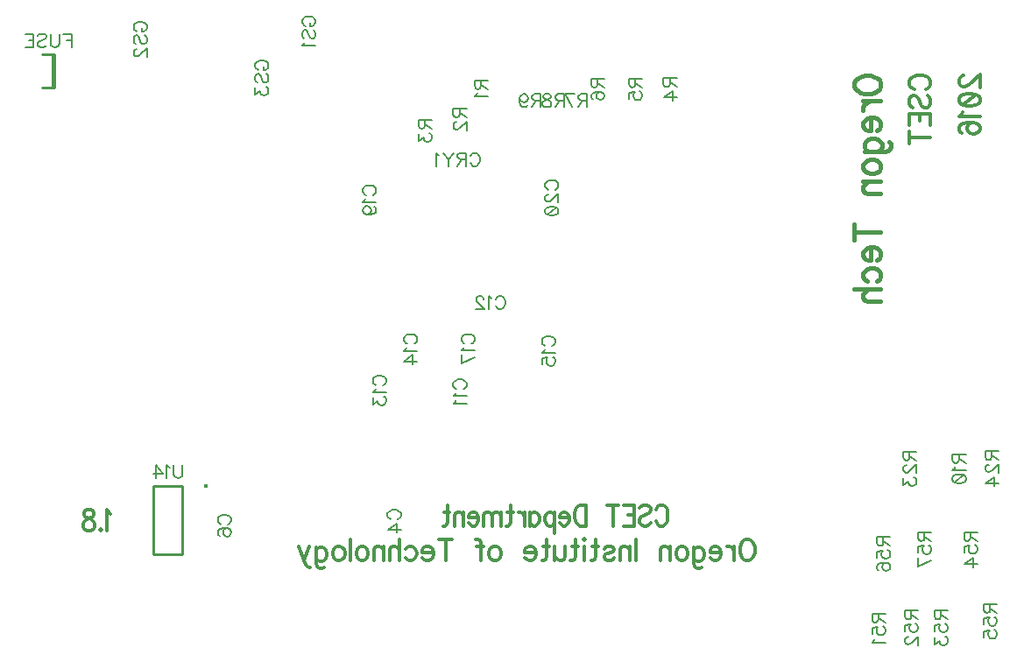
<source format=gbr>
G04 DipTrace 2.4.0.2*
%INBottomSilk.gbr*%
%MOIN*%
%ADD10C,0.0098*%
%ADD42C,0.0154*%
%ADD110C,0.0077*%
%ADD111C,0.0124*%
%FSLAX44Y44*%
G04*
G70*
G90*
G75*
G01*
%LNBotSilk*%
%LPD*%
X-46861Y15246D2*
D10*
Y16507D1*
X-46786Y15246D2*
Y16507D1*
Y15246D2*
X-47259Y15247D1*
X-46786Y16507D2*
X-47259D1*
D42*
X-41037Y68D3*
X-41929Y79D2*
D10*
Y-2520D1*
X-43031Y79D2*
Y-2520D1*
X-41929D2*
X-43031D1*
X-41929Y79D2*
X-43031D1*
X-33997Y-1195D2*
D110*
X-34045Y-1171D1*
X-34093Y-1123D1*
X-34117Y-1076D1*
Y-980D1*
X-34093Y-932D1*
X-34045Y-884D1*
X-33997Y-860D1*
X-33925Y-836D1*
X-33805D1*
X-33734Y-860D1*
X-33686Y-884D1*
X-33639Y-932D1*
X-33614Y-980D1*
Y-1076D1*
X-33639Y-1123D1*
X-33686Y-1171D1*
X-33734Y-1195D1*
X-33614Y-1589D2*
X-34116D1*
X-33782Y-1349D1*
Y-1708D1*
X-40455Y-1384D2*
X-40503Y-1360D1*
X-40551Y-1312D1*
X-40575Y-1264D1*
Y-1169D1*
X-40551Y-1121D1*
X-40503Y-1073D1*
X-40455Y-1049D1*
X-40384Y-1025D1*
X-40264D1*
X-40192Y-1049D1*
X-40144Y-1073D1*
X-40097Y-1121D1*
X-40072Y-1169D1*
Y-1264D1*
X-40097Y-1312D1*
X-40144Y-1360D1*
X-40192Y-1384D1*
X-40503Y-1825D2*
X-40550Y-1801D1*
X-40574Y-1729D1*
Y-1682D1*
X-40550Y-1610D1*
X-40479Y-1562D1*
X-40359Y-1538D1*
X-40240D1*
X-40144Y-1562D1*
X-40096Y-1610D1*
X-40072Y-1682D1*
Y-1706D1*
X-40096Y-1777D1*
X-40144Y-1825D1*
X-40216Y-1849D1*
X-40240D1*
X-40312Y-1825D1*
X-40359Y-1777D1*
X-40383Y-1706D1*
Y-1682D1*
X-40359Y-1610D1*
X-40312Y-1562D1*
X-40240Y-1538D1*
X-31497Y3760D2*
X-31545Y3784D1*
X-31593Y3832D1*
X-31617Y3880D1*
Y3975D1*
X-31593Y4023D1*
X-31545Y4071D1*
X-31497Y4095D1*
X-31425Y4119D1*
X-31305D1*
X-31234Y4095D1*
X-31186Y4071D1*
X-31139Y4023D1*
X-31114Y3975D1*
Y3880D1*
X-31139Y3832D1*
X-31186Y3784D1*
X-31234Y3760D1*
X-31520Y3606D2*
X-31545Y3558D1*
X-31616Y3486D1*
X-31114D1*
X-31520Y3332D2*
X-31545Y3284D1*
X-31616Y3212D1*
X-31114D1*
X-30007Y7185D2*
X-29983Y7232D1*
X-29935Y7280D1*
X-29888Y7304D1*
X-29792D1*
X-29744Y7280D1*
X-29697Y7232D1*
X-29672Y7185D1*
X-29648Y7113D1*
Y6993D1*
X-29672Y6922D1*
X-29697Y6874D1*
X-29744Y6826D1*
X-29792Y6802D1*
X-29888D1*
X-29935Y6826D1*
X-29983Y6874D1*
X-30007Y6922D1*
X-30162Y7208D2*
X-30210Y7232D1*
X-30281Y7304D1*
Y6802D1*
X-30460Y7184D2*
Y7208D1*
X-30484Y7256D1*
X-30508Y7280D1*
X-30556Y7304D1*
X-30651D1*
X-30699Y7280D1*
X-30723Y7256D1*
X-30747Y7208D1*
Y7160D1*
X-30723Y7112D1*
X-30675Y7041D1*
X-30436Y6802D1*
X-30771D1*
X-34560Y3912D2*
X-34607Y3936D1*
X-34655Y3984D1*
X-34679Y4032D1*
Y4127D1*
X-34655Y4175D1*
X-34607Y4223D1*
X-34560Y4247D1*
X-34488Y4271D1*
X-34368D1*
X-34297Y4247D1*
X-34249Y4223D1*
X-34201Y4175D1*
X-34177Y4127D1*
Y4032D1*
X-34201Y3984D1*
X-34249Y3936D1*
X-34297Y3912D1*
X-34583Y3758D2*
X-34607Y3710D1*
X-34679Y3638D1*
X-34177D1*
X-34679Y3435D2*
Y3173D1*
X-34487Y3316D1*
Y3244D1*
X-34464Y3197D1*
X-34440Y3173D1*
X-34368Y3148D1*
X-34320D1*
X-34249Y3173D1*
X-34200Y3220D1*
X-34177Y3292D1*
Y3364D1*
X-34200Y3435D1*
X-34225Y3459D1*
X-34272Y3483D1*
X-33372Y5486D2*
X-33420Y5510D1*
X-33468Y5558D1*
X-33492Y5606D1*
Y5701D1*
X-33468Y5750D1*
X-33420Y5797D1*
X-33372Y5821D1*
X-33300Y5845D1*
X-33180D1*
X-33109Y5821D1*
X-33061Y5797D1*
X-33013Y5750D1*
X-32989Y5701D1*
Y5606D1*
X-33013Y5558D1*
X-33061Y5510D1*
X-33109Y5486D1*
X-33395Y5332D2*
X-33420Y5284D1*
X-33491Y5212D1*
X-32989D1*
Y4818D2*
X-33491D1*
X-33157Y5058D1*
Y4699D1*
X-28122Y5412D2*
X-28170Y5436D1*
X-28218Y5484D1*
X-28242Y5532D1*
Y5627D1*
X-28218Y5675D1*
X-28170Y5723D1*
X-28122Y5747D1*
X-28050Y5771D1*
X-27930D1*
X-27859Y5747D1*
X-27811Y5723D1*
X-27764Y5675D1*
X-27739Y5627D1*
Y5532D1*
X-27764Y5484D1*
X-27811Y5436D1*
X-27859Y5412D1*
X-28145Y5258D2*
X-28170Y5210D1*
X-28241Y5138D1*
X-27739D1*
X-28241Y4697D2*
Y4935D1*
X-28026Y4959D1*
X-28050Y4935D1*
X-28074Y4863D1*
Y4792D1*
X-28050Y4720D1*
X-28002Y4672D1*
X-27930Y4648D1*
X-27883D1*
X-27811Y4672D1*
X-27763Y4720D1*
X-27739Y4792D1*
Y4863D1*
X-27763Y4935D1*
X-27787Y4959D1*
X-27835Y4983D1*
X-31185Y5493D2*
X-31232Y5517D1*
X-31280Y5565D1*
X-31304Y5612D1*
Y5708D1*
X-31280Y5756D1*
X-31232Y5803D1*
X-31185Y5828D1*
X-31113Y5852D1*
X-30993D1*
X-30922Y5828D1*
X-30874Y5803D1*
X-30826Y5756D1*
X-30802Y5708D1*
Y5612D1*
X-30826Y5565D1*
X-30874Y5517D1*
X-30922Y5493D1*
X-31208Y5338D2*
X-31232Y5290D1*
X-31304Y5219D1*
X-30802D1*
Y4968D2*
X-31304Y4729D1*
Y5064D1*
X-34938Y11151D2*
X-34986Y11175D1*
X-35034Y11223D1*
X-35058Y11271D1*
Y11366D1*
X-35034Y11414D1*
X-34986Y11462D1*
X-34938Y11486D1*
X-34866Y11510D1*
X-34746D1*
X-34675Y11486D1*
X-34627Y11462D1*
X-34580Y11414D1*
X-34555Y11366D1*
Y11271D1*
X-34580Y11223D1*
X-34627Y11175D1*
X-34675Y11151D1*
X-34961Y10997D2*
X-34986Y10949D1*
X-35057Y10877D1*
X-34555D1*
X-34890Y10411D2*
X-34818Y10436D1*
X-34770Y10483D1*
X-34746Y10555D1*
Y10579D1*
X-34770Y10651D1*
X-34818Y10698D1*
X-34890Y10723D1*
X-34914D1*
X-34986Y10698D1*
X-35033Y10651D1*
X-35057Y10579D1*
Y10555D1*
X-35033Y10483D1*
X-34986Y10436D1*
X-34890Y10411D1*
X-34770D1*
X-34651Y10436D1*
X-34579Y10483D1*
X-34555Y10555D1*
Y10603D1*
X-34579Y10675D1*
X-34627Y10698D1*
X-28000Y11352D2*
X-28048Y11375D1*
X-28096Y11423D1*
X-28119Y11471D1*
Y11567D1*
X-28096Y11615D1*
X-28048Y11662D1*
X-28000Y11686D1*
X-27928Y11710D1*
X-27808D1*
X-27737Y11686D1*
X-27689Y11662D1*
X-27641Y11615D1*
X-27617Y11567D1*
Y11471D1*
X-27641Y11423D1*
X-27689Y11375D1*
X-27737Y11352D1*
X-27999Y11173D2*
X-28023D1*
X-28071Y11149D1*
X-28095Y11125D1*
X-28119Y11077D1*
Y10982D1*
X-28095Y10934D1*
X-28071Y10910D1*
X-28023Y10886D1*
X-27976D1*
X-27928Y10910D1*
X-27856Y10958D1*
X-27617Y11197D1*
Y10862D1*
X-28119Y10564D2*
X-28095Y10636D1*
X-28023Y10684D1*
X-27904Y10708D1*
X-27832D1*
X-27713Y10684D1*
X-27641Y10636D1*
X-27617Y10564D1*
Y10517D1*
X-27641Y10445D1*
X-27713Y10397D1*
X-27832Y10373D1*
X-27904D1*
X-28023Y10397D1*
X-28095Y10445D1*
X-28119Y10517D1*
Y10564D1*
X-28023Y10397D2*
X-27713Y10684D1*
X-30970Y12633D2*
X-30946Y12680D1*
X-30898Y12728D1*
X-30851Y12752D1*
X-30755D1*
X-30707Y12728D1*
X-30659Y12680D1*
X-30635Y12633D1*
X-30611Y12561D1*
Y12441D1*
X-30635Y12370D1*
X-30659Y12322D1*
X-30707Y12274D1*
X-30755Y12250D1*
X-30851D1*
X-30898Y12274D1*
X-30946Y12322D1*
X-30970Y12370D1*
X-31124Y12513D2*
X-31339D1*
X-31411Y12537D1*
X-31436Y12561D1*
X-31459Y12608D1*
Y12657D1*
X-31436Y12704D1*
X-31411Y12728D1*
X-31339Y12752D1*
X-31124D1*
Y12250D1*
X-31292Y12513D2*
X-31459Y12250D1*
X-31614Y12752D2*
X-31805Y12513D1*
Y12250D1*
X-31996Y12752D2*
X-31805Y12513D1*
X-32151Y12656D2*
X-32199Y12680D1*
X-32271Y12752D1*
Y12250D1*
X-46456Y17278D2*
X-46145D1*
Y16776D1*
Y17039D2*
X-46336D1*
X-46611Y17278D2*
Y16919D1*
X-46634Y16848D1*
X-46683Y16800D1*
X-46754Y16776D1*
X-46802D1*
X-46874Y16800D1*
X-46922Y16848D1*
X-46946Y16919D1*
Y17278D1*
X-47435Y17206D2*
X-47387Y17254D1*
X-47316Y17278D1*
X-47220D1*
X-47148Y17254D1*
X-47100Y17206D1*
Y17159D1*
X-47124Y17111D1*
X-47148Y17087D1*
X-47196Y17063D1*
X-47339Y17015D1*
X-47387Y16991D1*
X-47411Y16967D1*
X-47435Y16919D1*
Y16848D1*
X-47387Y16800D1*
X-47316Y16776D1*
X-47220D1*
X-47148Y16800D1*
X-47100Y16848D1*
X-47900Y17278D2*
X-47589D1*
Y16776D1*
X-47900D1*
X-47589Y17039D2*
X-47781D1*
X-37247Y17584D2*
X-37294Y17608D1*
X-37342Y17656D1*
X-37366Y17704D1*
Y17799D1*
X-37342Y17847D1*
X-37294Y17895D1*
X-37247Y17919D1*
X-37175Y17943D1*
X-37055D1*
X-36984Y17919D1*
X-36936Y17895D1*
X-36888Y17847D1*
X-36864Y17799D1*
Y17704D1*
X-36888Y17656D1*
X-36936Y17608D1*
X-36984Y17584D1*
X-37055D1*
Y17704D1*
X-37294Y17095D2*
X-37342Y17143D1*
X-37366Y17214D1*
Y17310D1*
X-37342Y17382D1*
X-37294Y17430D1*
X-37247D1*
X-37199Y17406D1*
X-37175Y17382D1*
X-37151Y17334D1*
X-37103Y17191D1*
X-37079Y17143D1*
X-37055Y17119D1*
X-37007Y17095D1*
X-36936D1*
X-36888Y17143D1*
X-36864Y17214D1*
Y17310D1*
X-36888Y17382D1*
X-36936Y17430D1*
X-37270Y16941D2*
X-37294Y16893D1*
X-37366Y16821D1*
X-36864D1*
X-43664Y17377D2*
X-43712Y17401D1*
X-43760Y17449D1*
X-43783Y17496D1*
Y17592D1*
X-43760Y17640D1*
X-43712Y17688D1*
X-43664Y17712D1*
X-43592Y17736D1*
X-43472D1*
X-43401Y17712D1*
X-43353Y17688D1*
X-43305Y17640D1*
X-43281Y17592D1*
Y17496D1*
X-43305Y17449D1*
X-43353Y17401D1*
X-43401Y17377D1*
X-43472D1*
Y17496D1*
X-43712Y16888D2*
X-43760Y16935D1*
X-43783Y17007D1*
Y17103D1*
X-43760Y17174D1*
X-43712Y17223D1*
X-43664D1*
X-43616Y17198D1*
X-43592Y17174D1*
X-43568Y17127D1*
X-43520Y16983D1*
X-43497Y16935D1*
X-43472Y16911D1*
X-43425Y16888D1*
X-43353D1*
X-43305Y16935D1*
X-43281Y17007D1*
Y17103D1*
X-43305Y17174D1*
X-43353Y17223D1*
X-43663Y16709D2*
X-43687D1*
X-43735Y16685D1*
X-43759Y16661D1*
X-43783Y16613D1*
Y16518D1*
X-43759Y16470D1*
X-43735Y16446D1*
X-43687Y16422D1*
X-43640D1*
X-43592Y16446D1*
X-43520Y16494D1*
X-43281Y16733D1*
Y16398D1*
X-39033Y15913D2*
X-39081Y15937D1*
X-39129Y15985D1*
X-39153Y16032D1*
Y16128D1*
X-39129Y16176D1*
X-39081Y16223D1*
X-39033Y16248D1*
X-38961Y16272D1*
X-38841D1*
X-38770Y16248D1*
X-38722Y16223D1*
X-38674Y16176D1*
X-38650Y16128D1*
Y16032D1*
X-38674Y15985D1*
X-38722Y15937D1*
X-38770Y15913D1*
X-38841D1*
Y16032D1*
X-39081Y15424D2*
X-39129Y15471D1*
X-39153Y15543D1*
Y15639D1*
X-39129Y15710D1*
X-39081Y15758D1*
X-39033D1*
X-38985Y15734D1*
X-38961Y15710D1*
X-38938Y15663D1*
X-38889Y15519D1*
X-38866Y15471D1*
X-38841Y15447D1*
X-38794Y15424D1*
X-38722D1*
X-38674Y15471D1*
X-38650Y15543D1*
Y15639D1*
X-38674Y15710D1*
X-38722Y15758D1*
X-39152Y15221D2*
Y14959D1*
X-38961Y15102D1*
Y15030D1*
X-38937Y14982D1*
X-38913Y14959D1*
X-38841Y14934D1*
X-38794D1*
X-38722Y14959D1*
X-38674Y15006D1*
X-38650Y15078D1*
Y15150D1*
X-38674Y15221D1*
X-38698Y15245D1*
X-38746Y15269D1*
X-30565Y15514D2*
Y15299D1*
X-30589Y15227D1*
X-30613Y15203D1*
X-30660Y15179D1*
X-30708D1*
X-30756Y15203D1*
X-30780Y15227D1*
X-30804Y15299D1*
Y15514D1*
X-30302D1*
X-30565Y15347D2*
X-30302Y15179D1*
X-30708Y15025D2*
X-30732Y14977D1*
X-30804Y14905D1*
X-30302D1*
X-31377Y14434D2*
Y14219D1*
X-31402Y14147D1*
X-31425Y14123D1*
X-31473Y14099D1*
X-31521D1*
X-31569Y14123D1*
X-31593Y14147D1*
X-31617Y14219D1*
Y14434D1*
X-31114D1*
X-31377Y14267D2*
X-31114Y14099D1*
X-31497Y13921D2*
X-31520D1*
X-31569Y13897D1*
X-31592Y13873D1*
X-31616Y13825D1*
Y13729D1*
X-31592Y13682D1*
X-31569Y13658D1*
X-31520Y13634D1*
X-31473D1*
X-31425Y13658D1*
X-31354Y13706D1*
X-31114Y13945D1*
Y13610D1*
X-32693Y13998D2*
Y13783D1*
X-32717Y13711D1*
X-32741Y13687D1*
X-32789Y13663D1*
X-32837D1*
X-32884Y13687D1*
X-32909Y13711D1*
X-32932Y13783D1*
Y13998D1*
X-32430D1*
X-32693Y13831D2*
X-32430Y13663D1*
X-32932Y13461D2*
Y13198D1*
X-32741Y13341D1*
Y13270D1*
X-32717Y13222D1*
X-32693Y13198D1*
X-32621Y13174D1*
X-32574D1*
X-32502Y13198D1*
X-32454Y13246D1*
X-32430Y13318D1*
Y13389D1*
X-32454Y13461D1*
X-32478Y13485D1*
X-32526Y13509D1*
X-23377Y15589D2*
Y15374D1*
X-23402Y15303D1*
X-23425Y15278D1*
X-23473Y15254D1*
X-23521D1*
X-23569Y15278D1*
X-23593Y15303D1*
X-23617Y15374D1*
Y15589D1*
X-23114D1*
X-23377Y15422D2*
X-23114Y15254D1*
Y14861D2*
X-23616D1*
X-23282Y15100D1*
Y14741D1*
X-24690Y15577D2*
Y15362D1*
X-24714Y15291D1*
X-24738Y15266D1*
X-24785Y15243D1*
X-24833D1*
X-24881Y15266D1*
X-24905Y15291D1*
X-24929Y15362D1*
Y15577D1*
X-24427D1*
X-24690Y15410D2*
X-24427Y15243D1*
X-24929Y14801D2*
Y15040D1*
X-24714Y15064D1*
X-24737Y15040D1*
X-24762Y14968D1*
Y14897D1*
X-24737Y14825D1*
X-24690Y14777D1*
X-24618Y14753D1*
X-24570D1*
X-24499Y14777D1*
X-24450Y14825D1*
X-24427Y14897D1*
Y14968D1*
X-24450Y15040D1*
X-24475Y15064D1*
X-24522Y15088D1*
X-26127Y15565D2*
Y15350D1*
X-26152Y15278D1*
X-26175Y15254D1*
X-26223Y15230D1*
X-26271D1*
X-26319Y15254D1*
X-26343Y15278D1*
X-26367Y15350D1*
Y15565D1*
X-25864D1*
X-26127Y15398D2*
X-25864Y15230D1*
X-26295Y14789D2*
X-26342Y14813D1*
X-26366Y14885D1*
Y14932D1*
X-26342Y15004D1*
X-26270Y15052D1*
X-26151Y15076D1*
X-26032D1*
X-25936Y15052D1*
X-25888Y15004D1*
X-25864Y14932D1*
Y14909D1*
X-25888Y14837D1*
X-25936Y14789D1*
X-26008Y14765D1*
X-26032D1*
X-26104Y14789D1*
X-26151Y14837D1*
X-26175Y14909D1*
Y14932D1*
X-26151Y15004D1*
X-26104Y15052D1*
X-26032Y15076D1*
X-26525Y14750D2*
X-26740D1*
X-26812Y14774D1*
X-26837Y14798D1*
X-26860Y14845D1*
Y14893D1*
X-26837Y14941D1*
X-26812Y14965D1*
X-26740Y14989D1*
X-26525D1*
Y14486D1*
X-26693Y14750D2*
X-26860Y14486D1*
X-27110D2*
X-27350Y14988D1*
X-27015D1*
X-27401Y14750D2*
X-27616D1*
X-27688Y14774D1*
X-27712Y14798D1*
X-27736Y14845D1*
Y14893D1*
X-27712Y14941D1*
X-27688Y14965D1*
X-27616Y14989D1*
X-27401D1*
Y14486D1*
X-27568Y14750D2*
X-27736Y14486D1*
X-28009Y14988D2*
X-27938Y14965D1*
X-27914Y14917D1*
Y14869D1*
X-27938Y14821D1*
X-27986Y14797D1*
X-28081Y14773D1*
X-28153Y14750D1*
X-28201Y14701D1*
X-28224Y14654D1*
Y14582D1*
X-28201Y14535D1*
X-28177Y14510D1*
X-28105Y14486D1*
X-28009D1*
X-27938Y14510D1*
X-27914Y14535D1*
X-27890Y14582D1*
Y14654D1*
X-27914Y14701D1*
X-27962Y14750D1*
X-28033Y14773D1*
X-28129Y14797D1*
X-28177Y14821D1*
X-28201Y14869D1*
Y14917D1*
X-28177Y14965D1*
X-28105Y14988D1*
X-28009D1*
X-28287Y14750D2*
X-28502D1*
X-28574Y14774D1*
X-28598Y14798D1*
X-28622Y14845D1*
Y14893D1*
X-28598Y14941D1*
X-28574Y14965D1*
X-28502Y14989D1*
X-28287D1*
Y14486D1*
X-28455Y14750D2*
X-28622Y14486D1*
X-29088Y14821D2*
X-29063Y14750D1*
X-29016Y14701D1*
X-28944Y14678D1*
X-28920D1*
X-28848Y14701D1*
X-28801Y14750D1*
X-28777Y14821D1*
Y14845D1*
X-28801Y14917D1*
X-28848Y14965D1*
X-28920Y14988D1*
X-28944D1*
X-29016Y14965D1*
X-29063Y14917D1*
X-29088Y14821D1*
Y14701D1*
X-29063Y14582D1*
X-29016Y14510D1*
X-28944Y14486D1*
X-28897D1*
X-28825Y14510D1*
X-28801Y14558D1*
X-12378Y1277D2*
Y1062D1*
X-12403Y990D1*
X-12427Y966D1*
X-12474Y942D1*
X-12522D1*
X-12570Y966D1*
X-12594Y990D1*
X-12618Y1062D1*
Y1277D1*
X-12115D1*
X-12378Y1110D2*
X-12115Y942D1*
X-12522Y788D2*
X-12546Y740D1*
X-12617Y668D1*
X-12115D1*
X-12617Y370D2*
X-12593Y442D1*
X-12522Y490D1*
X-12402Y514D1*
X-12330D1*
X-12211Y490D1*
X-12139Y442D1*
X-12115Y370D1*
Y322D1*
X-12139Y251D1*
X-12211Y203D1*
X-12330Y179D1*
X-12402D1*
X-12522Y203D1*
X-12593Y251D1*
X-12617Y322D1*
Y370D1*
X-12522Y203D2*
X-12211Y490D1*
X-14254Y1385D2*
Y1170D1*
X-14278Y1098D1*
X-14302Y1074D1*
X-14349Y1050D1*
X-14397D1*
X-14445Y1074D1*
X-14469Y1098D1*
X-14493Y1170D1*
Y1385D1*
X-13991D1*
X-14254Y1217D2*
X-13991Y1050D1*
X-14373Y871D2*
X-14397D1*
X-14445Y847D1*
X-14469Y824D1*
X-14492Y775D1*
Y680D1*
X-14469Y632D1*
X-14445Y609D1*
X-14397Y584D1*
X-14349D1*
X-14301Y609D1*
X-14230Y656D1*
X-13991Y895D1*
Y560D1*
X-14492Y358D2*
Y95D1*
X-14301Y239D1*
Y167D1*
X-14277Y119D1*
X-14254Y95D1*
X-14182Y71D1*
X-14134D1*
X-14062Y95D1*
X-14014Y143D1*
X-13991Y215D1*
Y287D1*
X-14014Y358D1*
X-14039Y382D1*
X-14086Y406D1*
X-11128Y1397D2*
Y1182D1*
X-11153Y1110D1*
X-11176Y1085D1*
X-11224Y1062D1*
X-11272D1*
X-11320Y1085D1*
X-11344Y1110D1*
X-11368Y1182D1*
Y1397D1*
X-10865D1*
X-11128Y1229D2*
X-10865Y1062D1*
X-11248Y883D2*
X-11272D1*
X-11320Y859D1*
X-11343Y835D1*
X-11367Y787D1*
Y692D1*
X-11343Y644D1*
X-11320Y620D1*
X-11272Y596D1*
X-11224D1*
X-11176Y620D1*
X-11105Y668D1*
X-10865Y907D1*
Y572D1*
Y179D2*
X-11367D1*
X-11033Y418D1*
Y59D1*
X-15441Y-4786D2*
Y-5001D1*
X-15466Y-5073D1*
X-15489Y-5097D1*
X-15537Y-5121D1*
X-15585D1*
X-15633Y-5097D1*
X-15657Y-5073D1*
X-15681Y-5001D1*
Y-4786D1*
X-15178D1*
X-15441Y-4953D2*
X-15178Y-5121D1*
X-15680Y-5562D2*
Y-5323D1*
X-15465Y-5300D1*
X-15489Y-5323D1*
X-15513Y-5395D1*
Y-5466D1*
X-15489Y-5538D1*
X-15441Y-5586D1*
X-15369Y-5610D1*
X-15322D1*
X-15250Y-5586D1*
X-15202Y-5538D1*
X-15178Y-5466D1*
Y-5395D1*
X-15202Y-5323D1*
X-15226Y-5300D1*
X-15274Y-5275D1*
X-15584Y-5765D2*
X-15609Y-5813D1*
X-15680Y-5884D1*
X-15178D1*
X-14191Y-4678D2*
Y-4893D1*
X-14215Y-4965D1*
X-14239Y-4990D1*
X-14287Y-5013D1*
X-14335D1*
X-14382Y-4990D1*
X-14407Y-4965D1*
X-14430Y-4893D1*
Y-4678D1*
X-13928D1*
X-14191Y-4846D2*
X-13928Y-5013D1*
X-14430Y-5455D2*
Y-5216D1*
X-14215Y-5192D1*
X-14239Y-5216D1*
X-14263Y-5288D1*
Y-5359D1*
X-14239Y-5431D1*
X-14191Y-5479D1*
X-14119Y-5503D1*
X-14072D1*
X-14000Y-5479D1*
X-13952Y-5431D1*
X-13928Y-5359D1*
Y-5288D1*
X-13952Y-5216D1*
X-13976Y-5192D1*
X-14024Y-5168D1*
X-14311Y-5681D2*
X-14334D1*
X-14382Y-5705D1*
X-14406Y-5729D1*
X-14430Y-5777D1*
Y-5873D1*
X-14406Y-5920D1*
X-14382Y-5944D1*
X-14334Y-5968D1*
X-14287D1*
X-14239Y-5944D1*
X-14167Y-5896D1*
X-13928Y-5657D1*
Y-5992D1*
X-13066Y-4678D2*
Y-4893D1*
X-13090Y-4965D1*
X-13114Y-4990D1*
X-13162Y-5013D1*
X-13210D1*
X-13257Y-4990D1*
X-13282Y-4965D1*
X-13305Y-4893D1*
Y-4678D1*
X-12803D1*
X-13066Y-4846D2*
X-12803Y-5013D1*
X-13305Y-5455D2*
Y-5216D1*
X-13090Y-5192D1*
X-13114Y-5216D1*
X-13138Y-5288D1*
Y-5359D1*
X-13114Y-5431D1*
X-13066Y-5479D1*
X-12994Y-5503D1*
X-12947D1*
X-12875Y-5479D1*
X-12827Y-5431D1*
X-12803Y-5359D1*
Y-5288D1*
X-12827Y-5216D1*
X-12851Y-5192D1*
X-12899Y-5168D1*
X-13305Y-5705D2*
Y-5968D1*
X-13114Y-5824D1*
Y-5896D1*
X-13090Y-5944D1*
X-13066Y-5968D1*
X-12994Y-5992D1*
X-12947D1*
X-12875Y-5968D1*
X-12827Y-5920D1*
X-12803Y-5848D1*
Y-5776D1*
X-12827Y-5705D1*
X-12851Y-5681D1*
X-12899Y-5657D1*
X-11941Y-1684D2*
Y-1899D1*
X-11965Y-1971D1*
X-11989Y-1996D1*
X-12037Y-2019D1*
X-12085D1*
X-12132Y-1996D1*
X-12156Y-1971D1*
X-12180Y-1899D1*
Y-1684D1*
X-11678D1*
X-11941Y-1852D2*
X-11678Y-2019D1*
X-12180Y-2461D2*
Y-2222D1*
X-11965Y-2198D1*
X-11988Y-2222D1*
X-12013Y-2294D1*
Y-2365D1*
X-11988Y-2437D1*
X-11941Y-2485D1*
X-11869Y-2509D1*
X-11822D1*
X-11750Y-2485D1*
X-11702Y-2437D1*
X-11678Y-2365D1*
Y-2294D1*
X-11702Y-2222D1*
X-11726Y-2198D1*
X-11773Y-2174D1*
X-11678Y-2902D2*
X-12180D1*
X-11845Y-2663D1*
Y-3022D1*
X-11191Y-4428D2*
Y-4643D1*
X-11215Y-4715D1*
X-11239Y-4740D1*
X-11286Y-4763D1*
X-11335D1*
X-11382Y-4740D1*
X-11406Y-4715D1*
X-11430Y-4643D1*
Y-4428D1*
X-10928D1*
X-11191Y-4596D2*
X-10928Y-4763D1*
X-11430Y-5205D2*
Y-4966D1*
X-11215Y-4942D1*
X-11238Y-4966D1*
X-11263Y-5038D1*
Y-5109D1*
X-11238Y-5181D1*
X-11191Y-5229D1*
X-11119Y-5253D1*
X-11071D1*
X-11000Y-5229D1*
X-10952Y-5181D1*
X-10928Y-5109D1*
Y-5038D1*
X-10952Y-4966D1*
X-10976Y-4942D1*
X-11023Y-4918D1*
X-11430Y-5694D2*
Y-5455D1*
X-11215Y-5431D1*
X-11238Y-5455D1*
X-11263Y-5527D1*
Y-5598D1*
X-11238Y-5670D1*
X-11191Y-5718D1*
X-11119Y-5742D1*
X-11071D1*
X-11000Y-5718D1*
X-10952Y-5670D1*
X-10928Y-5598D1*
Y-5527D1*
X-10952Y-5455D1*
X-10976Y-5431D1*
X-11023Y-5407D1*
X-15254Y-1878D2*
Y-2093D1*
X-15278Y-2165D1*
X-15302Y-2189D1*
X-15349Y-2213D1*
X-15397D1*
X-15445Y-2189D1*
X-15469Y-2165D1*
X-15493Y-2093D1*
Y-1878D1*
X-14991D1*
X-15254Y-2045D2*
X-14991Y-2213D1*
X-15493Y-2654D2*
Y-2415D1*
X-15278Y-2391D1*
X-15301Y-2415D1*
X-15326Y-2487D1*
Y-2558D1*
X-15301Y-2630D1*
X-15254Y-2678D1*
X-15182Y-2702D1*
X-15134D1*
X-15063Y-2678D1*
X-15014Y-2630D1*
X-14991Y-2558D1*
Y-2487D1*
X-15014Y-2415D1*
X-15039Y-2391D1*
X-15086Y-2367D1*
X-15421Y-3143D2*
X-15469Y-3119D1*
X-15493Y-3048D1*
Y-3000D1*
X-15469Y-2928D1*
X-15397Y-2880D1*
X-15278Y-2856D1*
X-15158D1*
X-15063Y-2880D1*
X-15014Y-2928D1*
X-14991Y-3000D1*
Y-3024D1*
X-15014Y-3095D1*
X-15063Y-3143D1*
X-15134Y-3167D1*
X-15158D1*
X-15230Y-3143D1*
X-15278Y-3095D1*
X-15301Y-3024D1*
Y-3000D1*
X-15278Y-2928D1*
X-15230Y-2880D1*
X-15158Y-2856D1*
X-13691Y-1696D2*
Y-1911D1*
X-13715Y-1983D1*
X-13739Y-2008D1*
X-13787Y-2031D1*
X-13835D1*
X-13882Y-2008D1*
X-13907Y-1983D1*
X-13930Y-1911D1*
Y-1696D1*
X-13428D1*
X-13691Y-1864D2*
X-13428Y-2031D1*
X-13930Y-2473D2*
Y-2234D1*
X-13715Y-2210D1*
X-13739Y-2234D1*
X-13763Y-2306D1*
Y-2377D1*
X-13739Y-2449D1*
X-13691Y-2497D1*
X-13619Y-2521D1*
X-13572D1*
X-13500Y-2497D1*
X-13452Y-2449D1*
X-13428Y-2377D1*
Y-2306D1*
X-13452Y-2234D1*
X-13476Y-2210D1*
X-13524Y-2186D1*
X-13428Y-2771D2*
X-13930Y-3010D1*
Y-2675D1*
X-41919Y878D2*
Y519D1*
X-41943Y447D1*
X-41991Y399D1*
X-42063Y375D1*
X-42110D1*
X-42182Y399D1*
X-42230Y447D1*
X-42254Y519D1*
Y878D1*
X-42408Y781D2*
X-42457Y806D1*
X-42528Y877D1*
Y375D1*
X-42922D2*
Y877D1*
X-42683Y543D1*
X-43041D1*
X-20354Y-1960D2*
D111*
X-20285Y-1998D1*
X-20217Y-2075D1*
X-20182Y-2151D1*
X-20147Y-2266D1*
Y-2457D1*
X-20182Y-2572D1*
X-20217Y-2648D1*
X-20285Y-2725D1*
X-20354Y-2763D1*
X-20492D1*
X-20560Y-2725D1*
X-20630Y-2648D1*
X-20664Y-2572D1*
X-20698Y-2457D1*
Y-2266D1*
X-20664Y-2151D1*
X-20630Y-2075D1*
X-20560Y-1998D1*
X-20492Y-1960D1*
X-20354D1*
X-20920Y-2228D2*
Y-2763D1*
Y-2457D2*
X-20956Y-2342D1*
X-21024Y-2266D1*
X-21093Y-2228D1*
X-21197D1*
X-21419Y-2457D2*
X-21832D1*
Y-2381D1*
X-21798Y-2304D1*
X-21764Y-2266D1*
X-21694Y-2228D1*
X-21591D1*
X-21522Y-2266D1*
X-21453Y-2342D1*
X-21419Y-2457D1*
Y-2533D1*
X-21453Y-2648D1*
X-21522Y-2725D1*
X-21591Y-2763D1*
X-21694D1*
X-21764Y-2725D1*
X-21832Y-2648D1*
X-22467Y-2266D2*
Y-2878D1*
X-22433Y-2992D1*
X-22399Y-3031D1*
X-22330Y-3069D1*
X-22226D1*
X-22158Y-3031D1*
X-22467Y-2381D2*
X-22399Y-2304D1*
X-22330Y-2266D1*
X-22226D1*
X-22158Y-2304D1*
X-22089Y-2381D1*
X-22054Y-2495D1*
Y-2572D1*
X-22089Y-2686D1*
X-22158Y-2763D1*
X-22226Y-2801D1*
X-22330D1*
X-22399Y-2763D1*
X-22467Y-2686D1*
X-22862Y-2228D2*
X-22793Y-2266D1*
X-22724Y-2342D1*
X-22690Y-2457D1*
Y-2533D1*
X-22724Y-2648D1*
X-22793Y-2725D1*
X-22862Y-2763D1*
X-22965D1*
X-23034Y-2725D1*
X-23103Y-2648D1*
X-23138Y-2533D1*
Y-2457D1*
X-23103Y-2342D1*
X-23034Y-2266D1*
X-22965Y-2228D1*
X-22862D1*
X-23360D2*
Y-2763D1*
Y-2381D2*
X-23464Y-2266D1*
X-23533Y-2228D1*
X-23636D1*
X-23705Y-2266D1*
X-23739Y-2381D1*
Y-2763D1*
X-24661Y-1960D2*
Y-2763D1*
X-24884Y-2228D2*
Y-2763D1*
Y-2381D2*
X-24987Y-2266D1*
X-25056Y-2228D1*
X-25159D1*
X-25228Y-2266D1*
X-25262Y-2381D1*
Y-2763D1*
X-25864Y-2342D2*
X-25829Y-2266D1*
X-25726Y-2228D1*
X-25622D1*
X-25519Y-2266D1*
X-25485Y-2342D1*
X-25519Y-2419D1*
X-25588Y-2457D1*
X-25760Y-2495D1*
X-25829Y-2533D1*
X-25864Y-2610D1*
Y-2648D1*
X-25829Y-2725D1*
X-25726Y-2763D1*
X-25622D1*
X-25519Y-2725D1*
X-25485Y-2648D1*
X-26189Y-1960D2*
Y-2610D1*
X-26224Y-2725D1*
X-26293Y-2763D1*
X-26361D1*
X-26086Y-2228D2*
X-26327D1*
X-26584Y-1960D2*
X-26618Y-1998D1*
X-26653Y-1960D1*
X-26618Y-1921D1*
X-26584Y-1960D1*
X-26618Y-2228D2*
Y-2763D1*
X-26979Y-1960D2*
Y-2610D1*
X-27013Y-2725D1*
X-27082Y-2763D1*
X-27150D1*
X-26875Y-2228D2*
X-27116D1*
X-27373D2*
Y-2610D1*
X-27407Y-2725D1*
X-27476Y-2763D1*
X-27580D1*
X-27648Y-2725D1*
X-27752Y-2610D1*
Y-2228D2*
Y-2763D1*
X-28077Y-1960D2*
Y-2610D1*
X-28112Y-2725D1*
X-28181Y-2763D1*
X-28249D1*
X-27974Y-2228D2*
X-28215D1*
X-28472Y-2457D2*
X-28885D1*
Y-2381D1*
X-28851Y-2304D1*
X-28816Y-2266D1*
X-28747Y-2228D1*
X-28644D1*
X-28575Y-2266D1*
X-28506Y-2342D1*
X-28472Y-2457D1*
Y-2533D1*
X-28506Y-2648D1*
X-28575Y-2725D1*
X-28644Y-2763D1*
X-28747D1*
X-28816Y-2725D1*
X-28885Y-2648D1*
X-29979Y-2228D2*
X-29910Y-2266D1*
X-29841Y-2342D1*
X-29807Y-2457D1*
Y-2533D1*
X-29841Y-2648D1*
X-29910Y-2725D1*
X-29979Y-2763D1*
X-30082D1*
X-30152Y-2725D1*
X-30220Y-2648D1*
X-30255Y-2533D1*
Y-2457D1*
X-30220Y-2342D1*
X-30152Y-2266D1*
X-30082Y-2228D1*
X-29979D1*
X-30753Y-1960D2*
X-30684D1*
X-30615Y-1998D1*
X-30581Y-2113D1*
Y-2763D1*
X-30477Y-2228D2*
X-30718D1*
X-31916Y-1960D2*
Y-2763D1*
X-31675Y-1960D2*
X-32157D1*
X-32379Y-2457D2*
X-32793D1*
Y-2381D1*
X-32758Y-2304D1*
X-32724Y-2266D1*
X-32655Y-2228D1*
X-32551D1*
X-32483Y-2266D1*
X-32414Y-2342D1*
X-32379Y-2457D1*
Y-2533D1*
X-32414Y-2648D1*
X-32483Y-2725D1*
X-32551Y-2763D1*
X-32655D1*
X-32724Y-2725D1*
X-32793Y-2648D1*
X-33429Y-2342D2*
X-33359Y-2266D1*
X-33290Y-2228D1*
X-33188D1*
X-33118Y-2266D1*
X-33050Y-2342D1*
X-33015Y-2457D1*
Y-2533D1*
X-33050Y-2648D1*
X-33118Y-2725D1*
X-33188Y-2763D1*
X-33290D1*
X-33359Y-2725D1*
X-33429Y-2648D1*
X-33651Y-1960D2*
Y-2763D1*
Y-2381D2*
X-33755Y-2266D1*
X-33824Y-2228D1*
X-33927D1*
X-33996Y-2266D1*
X-34030Y-2381D1*
Y-2763D1*
X-34252Y-2228D2*
Y-2763D1*
Y-2381D2*
X-34356Y-2266D1*
X-34425Y-2228D1*
X-34528D1*
X-34597Y-2266D1*
X-34631Y-2381D1*
Y-2763D1*
X-35025Y-2228D2*
X-34957Y-2266D1*
X-34888Y-2342D1*
X-34853Y-2457D1*
Y-2533D1*
X-34888Y-2648D1*
X-34957Y-2725D1*
X-35025Y-2763D1*
X-35129D1*
X-35198Y-2725D1*
X-35266Y-2648D1*
X-35301Y-2533D1*
Y-2457D1*
X-35266Y-2342D1*
X-35198Y-2266D1*
X-35129Y-2228D1*
X-35025D1*
X-35524Y-1960D2*
Y-2763D1*
X-35918Y-2228D2*
X-35850Y-2266D1*
X-35780Y-2342D1*
X-35746Y-2457D1*
Y-2533D1*
X-35780Y-2648D1*
X-35850Y-2725D1*
X-35918Y-2763D1*
X-36022D1*
X-36091Y-2725D1*
X-36159Y-2648D1*
X-36194Y-2533D1*
Y-2457D1*
X-36159Y-2342D1*
X-36091Y-2266D1*
X-36022Y-2228D1*
X-35918D1*
X-36830Y-2266D2*
Y-2878D1*
X-36795Y-2992D1*
X-36761Y-3031D1*
X-36692Y-3069D1*
X-36588D1*
X-36520Y-3031D1*
X-36830Y-2381D2*
X-36761Y-2304D1*
X-36692Y-2266D1*
X-36588D1*
X-36520Y-2304D1*
X-36451Y-2381D1*
X-36417Y-2495D1*
Y-2572D1*
X-36451Y-2686D1*
X-36520Y-2763D1*
X-36588Y-2801D1*
X-36692D1*
X-36761Y-2763D1*
X-36830Y-2686D1*
X-37087Y-2228D2*
X-37293Y-2763D1*
X-37225Y-2916D1*
X-37155Y-2993D1*
X-37087Y-3031D1*
X-37052D1*
X-37500Y-2228D2*
X-37293Y-2763D1*
X-16358Y15434D2*
D42*
X-16311Y15520D1*
X-16215Y15606D1*
X-16120Y15649D1*
X-15976Y15692D1*
X-15736D1*
X-15594Y15649D1*
X-15497Y15606D1*
X-15402Y15520D1*
X-15354Y15434D1*
Y15261D1*
X-15402Y15176D1*
X-15497Y15089D1*
X-15594Y15047D1*
X-15736Y15004D1*
X-15976D1*
X-16120Y15047D1*
X-16215Y15089D1*
X-16311Y15176D1*
X-16358Y15261D1*
Y15434D1*
X-16024Y14726D2*
X-15354D1*
X-15736D2*
X-15880Y14682D1*
X-15976Y14597D1*
X-16024Y14510D1*
Y14381D1*
X-15736Y14103D2*
Y13586D1*
X-15832D1*
X-15928Y13629D1*
X-15976Y13672D1*
X-16024Y13759D1*
Y13888D1*
X-15976Y13973D1*
X-15880Y14060D1*
X-15736Y14103D1*
X-15641D1*
X-15497Y14060D1*
X-15402Y13973D1*
X-15354Y13888D1*
Y13759D1*
X-15402Y13672D1*
X-15497Y13586D1*
X-15976Y12792D2*
X-15210D1*
X-15067Y12835D1*
X-15019Y12878D1*
X-14971Y12964D1*
Y13094D1*
X-15019Y13179D1*
X-15832Y12792D2*
X-15927Y12878D1*
X-15976Y12964D1*
Y13094D1*
X-15927Y13179D1*
X-15832Y13266D1*
X-15689Y13309D1*
X-15592D1*
X-15450Y13266D1*
X-15354Y13179D1*
X-15306Y13094D1*
Y12964D1*
X-15354Y12878D1*
X-15450Y12792D1*
X-16024Y12299D2*
X-15976Y12385D1*
X-15880Y12472D1*
X-15736Y12514D1*
X-15641D1*
X-15497Y12472D1*
X-15402Y12385D1*
X-15354Y12299D1*
Y12170D1*
X-15402Y12084D1*
X-15497Y11998D1*
X-15641Y11954D1*
X-15736D1*
X-15880Y11998D1*
X-15976Y12084D1*
X-16024Y12170D1*
Y12299D1*
Y11676D2*
X-15354D1*
X-15832D2*
X-15976Y11547D1*
X-16024Y11460D1*
Y11332D1*
X-15976Y11246D1*
X-15832Y11203D1*
X-15354D1*
X-16358Y9749D2*
X-15354D1*
X-16358Y10050D2*
Y9447D1*
X-15736Y9169D2*
Y8653D1*
X-15832D1*
X-15928Y8696D1*
X-15976Y8738D1*
X-16024Y8825D1*
Y8954D1*
X-15976Y9040D1*
X-15880Y9126D1*
X-15736Y9169D1*
X-15641D1*
X-15497Y9126D1*
X-15402Y9040D1*
X-15354Y8954D1*
Y8825D1*
X-15402Y8738D1*
X-15497Y8653D1*
X-15880Y7858D2*
X-15976Y7944D1*
X-16024Y8031D1*
Y8159D1*
X-15976Y8246D1*
X-15880Y8331D1*
X-15736Y8375D1*
X-15641D1*
X-15497Y8331D1*
X-15402Y8246D1*
X-15354Y8159D1*
Y8031D1*
X-15402Y7944D1*
X-15497Y7858D1*
X-16358Y7580D2*
X-15354D1*
X-15832D2*
X-15976Y7450D1*
X-16024Y7364D1*
Y7235D1*
X-15976Y7149D1*
X-15832Y7106D1*
X-15354D1*
X-23909Y-840D2*
D111*
X-23879Y-764D1*
X-23817Y-687D1*
X-23756Y-649D1*
X-23634D1*
X-23573Y-687D1*
X-23512Y-764D1*
X-23481Y-840D1*
X-23450Y-955D1*
Y-1147D1*
X-23481Y-1261D1*
X-23512Y-1338D1*
X-23573Y-1414D1*
X-23634Y-1453D1*
X-23756D1*
X-23817Y-1414D1*
X-23879Y-1338D1*
X-23909Y-1261D1*
X-24536Y-764D2*
X-24475Y-687D1*
X-24383Y-649D1*
X-24260D1*
X-24168Y-687D1*
X-24107Y-764D1*
Y-840D1*
X-24138Y-917D1*
X-24168Y-955D1*
X-24229Y-993D1*
X-24413Y-1070D1*
X-24475Y-1108D1*
X-24505Y-1147D1*
X-24536Y-1223D1*
Y-1338D1*
X-24475Y-1414D1*
X-24383Y-1453D1*
X-24260D1*
X-24168Y-1414D1*
X-24107Y-1338D1*
X-25131Y-649D2*
X-24733D1*
Y-1453D1*
X-25131D1*
X-24733Y-1032D2*
X-24978D1*
X-25543Y-649D2*
Y-1453D1*
X-25328Y-649D2*
X-25757D1*
X-26577D2*
Y-1453D1*
X-26791D1*
X-26883Y-1414D1*
X-26945Y-1338D1*
X-26975Y-1261D1*
X-27006Y-1147D1*
Y-955D1*
X-26975Y-840D1*
X-26945Y-764D1*
X-26883Y-687D1*
X-26791Y-649D1*
X-26577D1*
X-27203Y-1147D2*
X-27570D1*
Y-1070D1*
X-27540Y-993D1*
X-27510Y-955D1*
X-27448Y-917D1*
X-27356D1*
X-27295Y-955D1*
X-27234Y-1032D1*
X-27203Y-1147D1*
Y-1223D1*
X-27234Y-1338D1*
X-27295Y-1414D1*
X-27356Y-1453D1*
X-27448D1*
X-27510Y-1414D1*
X-27570Y-1338D1*
X-27768Y-917D2*
Y-1721D1*
Y-1032D2*
X-27830Y-956D1*
X-27890Y-917D1*
X-27982D1*
X-28044Y-956D1*
X-28105Y-1032D1*
X-28136Y-1147D1*
Y-1224D1*
X-28105Y-1338D1*
X-28044Y-1415D1*
X-27982Y-1453D1*
X-27890D1*
X-27830Y-1415D1*
X-27768Y-1338D1*
X-28701Y-917D2*
Y-1453D1*
Y-1032D2*
X-28640Y-955D1*
X-28578Y-917D1*
X-28487D1*
X-28425Y-955D1*
X-28365Y-1032D1*
X-28334Y-1147D1*
Y-1223D1*
X-28365Y-1338D1*
X-28425Y-1414D1*
X-28487Y-1453D1*
X-28578D1*
X-28640Y-1414D1*
X-28701Y-1338D1*
X-28898Y-917D2*
Y-1453D1*
Y-1147D2*
X-28929Y-1032D1*
X-28990Y-955D1*
X-29052Y-917D1*
X-29144D1*
X-29433Y-649D2*
Y-1300D1*
X-29464Y-1414D1*
X-29525Y-1453D1*
X-29586D1*
X-29341Y-917D2*
X-29556D1*
X-29784D2*
Y-1453D1*
Y-1070D2*
X-29876Y-955D1*
X-29937Y-917D1*
X-30029D1*
X-30090Y-955D1*
X-30121Y-1070D1*
Y-1453D1*
Y-1070D2*
X-30213Y-955D1*
X-30274Y-917D1*
X-30365D1*
X-30427Y-955D1*
X-30458Y-1070D1*
Y-1453D1*
X-30656Y-1147D2*
X-31023D1*
Y-1070D1*
X-30992Y-993D1*
X-30962Y-955D1*
X-30900Y-917D1*
X-30808D1*
X-30748Y-955D1*
X-30686Y-1032D1*
X-30656Y-1147D1*
Y-1223D1*
X-30686Y-1338D1*
X-30748Y-1414D1*
X-30808Y-1453D1*
X-30900D1*
X-30962Y-1414D1*
X-31023Y-1338D1*
X-31220Y-917D2*
Y-1453D1*
Y-1070D2*
X-31312Y-955D1*
X-31374Y-917D1*
X-31465D1*
X-31527Y-955D1*
X-31557Y-1070D1*
Y-1453D1*
X-31847Y-649D2*
Y-1300D1*
X-31877Y-1414D1*
X-31939Y-1453D1*
X-32000D1*
X-31755Y-917D2*
X-31969D1*
X-14065Y15174D2*
X-14141Y15208D1*
X-14218Y15277D1*
X-14256Y15346D1*
Y15483D1*
X-14218Y15553D1*
X-14141Y15621D1*
X-14065Y15656D1*
X-13950Y15690D1*
X-13758D1*
X-13644Y15656D1*
X-13567Y15621D1*
X-13491Y15553D1*
X-13452Y15483D1*
Y15346D1*
X-13491Y15277D1*
X-13567Y15208D1*
X-13644Y15174D1*
X-14141Y14469D2*
X-14218Y14538D1*
X-14256Y14641D1*
Y14779D1*
X-14218Y14882D1*
X-14141Y14951D1*
X-14065D1*
X-13988Y14916D1*
X-13950Y14882D1*
X-13912Y14814D1*
X-13835Y14607D1*
X-13797Y14538D1*
X-13758Y14503D1*
X-13682Y14469D1*
X-13567D1*
X-13491Y14538D1*
X-13452Y14641D1*
Y14779D1*
X-13491Y14882D1*
X-13567Y14951D1*
X-14256Y13799D2*
Y14247D1*
X-13452D1*
Y13799D1*
X-13873Y14247D2*
Y13971D1*
X-14256Y13336D2*
X-13452D1*
X-14256Y13577D2*
Y13095D1*
X-12189Y15686D2*
X-12227D1*
X-12304Y15652D1*
X-12342Y15618D1*
X-12380Y15549D1*
Y15411D1*
X-12342Y15343D1*
X-12304Y15308D1*
X-12227Y15273D1*
X-12151D1*
X-12074Y15308D1*
X-11960Y15377D1*
X-11577Y15721D1*
Y15239D1*
X-12380Y14810D2*
X-12342Y14913D1*
X-12227Y14983D1*
X-12036Y15017D1*
X-11921D1*
X-11730Y14983D1*
X-11615Y14913D1*
X-11577Y14810D1*
Y14741D1*
X-11615Y14638D1*
X-11730Y14570D1*
X-11921Y14535D1*
X-12036D1*
X-12227Y14570D1*
X-12342Y14638D1*
X-12380Y14741D1*
Y14810D1*
X-12227Y14570D2*
X-11730Y14983D1*
X-12227Y14312D2*
X-12266Y14243D1*
X-12380Y14139D1*
X-11577D1*
X-12266Y13504D2*
X-12342Y13538D1*
X-12380Y13642D1*
Y13710D1*
X-12342Y13814D1*
X-12227Y13883D1*
X-12036Y13917D1*
X-11845D1*
X-11692Y13883D1*
X-11615Y13814D1*
X-11577Y13710D1*
Y13676D1*
X-11615Y13573D1*
X-11692Y13504D1*
X-11807Y13470D1*
X-11845D1*
X-11960Y13504D1*
X-12036Y13573D1*
X-12074Y13676D1*
Y13710D1*
X-12036Y13814D1*
X-11960Y13883D1*
X-11845Y13917D1*
X-44654Y-989D2*
X-44716Y-950D1*
X-44807Y-836D1*
Y-1638D1*
X-45036Y-1562D2*
X-45005Y-1600D1*
X-45036Y-1638D1*
X-45067Y-1600D1*
X-45036Y-1562D1*
X-45417Y-836D2*
X-45326Y-874D1*
X-45295Y-950D1*
Y-1027D1*
X-45326Y-1103D1*
X-45387Y-1142D1*
X-45509Y-1180D1*
X-45601Y-1218D1*
X-45662Y-1294D1*
X-45692Y-1371D1*
Y-1486D1*
X-45662Y-1562D1*
X-45631Y-1600D1*
X-45539Y-1638D1*
X-45417D1*
X-45326Y-1600D1*
X-45295Y-1562D1*
X-45264Y-1486D1*
Y-1371D1*
X-45295Y-1294D1*
X-45356Y-1218D1*
X-45448Y-1180D1*
X-45570Y-1142D1*
X-45631Y-1103D1*
X-45662Y-1027D1*
Y-950D1*
X-45631Y-874D1*
X-45539Y-836D1*
X-45417D1*
M02*

</source>
